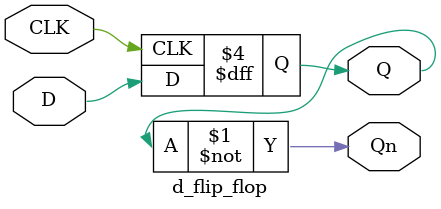
<source format=v>
module fre_div(
    input CLK,
    output Q1,  // CLK/2
    output Q2,  // CLK/4
    output Q3   // CLK/8
);

    wire Qn1, Qn2, Qn3;

    t_flip_flop tff1(
        .CLK(CLK),
        .Q(Q1),
        .Qn(Qn1)
    );

    t_flip_flop tff2(
        .CLK(Q1),  // chia tiếp
        .Q(Q2),
        .Qn(Qn2)
    );

    t_flip_flop tff3(
        .CLK(Q2),  // chia tiếp
        .Q(Q3),
        .Qn(Qn3)
    );

endmodule


module t_flip_flop(
    input CLK,
    output Q,
    output Qn
);

    wire D;

    not (D, Q);  // T=1, nên D = ~Q (toggle)

    d_flip_flop dff (
        .D(D),
        .CLK(CLK),
        .Q(Q),
        .Qn(Qn)
    );

endmodule



module d_flip_flop(
    input D,
    input CLK,
    output reg Q,
    output Qn
);

    assign Qn = ~Q;

    initial Q = 0;

    always @(posedge CLK)
        Q <= D;

endmodule

</source>
